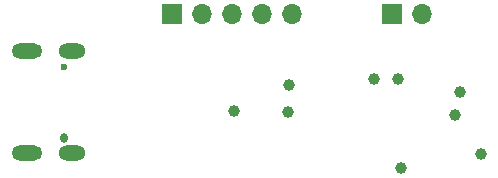
<source format=gbr>
%TF.GenerationSoftware,KiCad,Pcbnew,(6.0.1)*%
%TF.CreationDate,2022-11-23T23:22:51+01:00*%
%TF.ProjectId,usb-magnetometer,7573622d-6d61-4676-9e65-746f6d657465,rev?*%
%TF.SameCoordinates,Original*%
%TF.FileFunction,Soldermask,Bot*%
%TF.FilePolarity,Negative*%
%FSLAX46Y46*%
G04 Gerber Fmt 4.6, Leading zero omitted, Abs format (unit mm)*
G04 Created by KiCad (PCBNEW (6.0.1)) date 2022-11-23 23:22:51*
%MOMM*%
%LPD*%
G01*
G04 APERTURE LIST*
%ADD10O,0.600000X0.850000*%
%ADD11C,0.600000*%
%ADD12O,2.600000X1.300000*%
%ADD13O,2.300000X1.300000*%
%ADD14R,1.700000X1.700000*%
%ADD15O,1.700000X1.700000*%
%ADD16C,1.000000*%
G04 APERTURE END LIST*
D10*
%TO.C,J1*%
X53200000Y-146100000D03*
D11*
X53200000Y-140100000D03*
D12*
X50100000Y-147420000D03*
D13*
X53925000Y-147420000D03*
D12*
X50100000Y-138780000D03*
D13*
X53925000Y-138780000D03*
%TD*%
D14*
%TO.C,J2*%
X62325000Y-135600000D03*
D15*
X64865000Y-135600000D03*
X67405000Y-135600000D03*
X69945000Y-135600000D03*
X72485000Y-135600000D03*
%TD*%
D14*
%TO.C,J3*%
X81025000Y-135650000D03*
D15*
X83565000Y-135650000D03*
%TD*%
D16*
%TO.C,TP2*%
X67600000Y-143850000D03*
%TD*%
%TO.C,TP9*%
X81500000Y-141100000D03*
%TD*%
%TO.C,TP4*%
X86300000Y-144200000D03*
%TD*%
%TO.C,TP7*%
X72200000Y-143900000D03*
%TD*%
%TO.C,TP6*%
X81750000Y-148650000D03*
%TD*%
%TO.C,TP1*%
X72250000Y-141600000D03*
%TD*%
%TO.C,TP8*%
X79500000Y-141100000D03*
%TD*%
%TO.C,TP3*%
X86700000Y-142200000D03*
%TD*%
%TO.C,TP5*%
X88500000Y-147500000D03*
%TD*%
M02*

</source>
